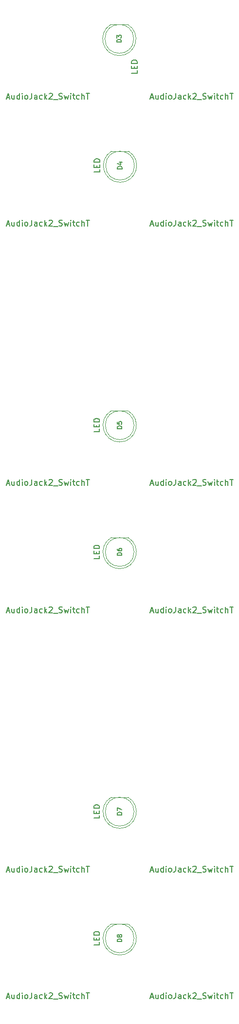
<source format=gbr>
%TF.GenerationSoftware,KiCad,Pcbnew,(5.1.9)-1*%
%TF.CreationDate,2021-09-13T19:49:27+01:00*%
%TF.ProjectId,KOSMO Mult,4b4f534d-4f20-44d7-956c-742e6b696361,rev?*%
%TF.SameCoordinates,Original*%
%TF.FileFunction,Other,Fab,Top*%
%FSLAX46Y46*%
G04 Gerber Fmt 4.6, Leading zero omitted, Abs format (unit mm)*
G04 Created by KiCad (PCBNEW (5.1.9)-1) date 2021-09-13 19:49:27*
%MOMM*%
%LPD*%
G01*
G04 APERTURE LIST*
%ADD10C,0.100000*%
%ADD11C,0.150000*%
%ADD12C,0.200000*%
G04 APERTURE END LIST*
D10*
%TO.C,D3*%
X39170334Y-23280984D02*
G75*
G03*
X42109694Y-23281000I1469666J-2500016D01*
G01*
X42109694Y-23281000D02*
X39170306Y-23281000D01*
X43140000Y-25781000D02*
G75*
G03*
X43140000Y-25781000I-2500000J0D01*
G01*
%TO.C,D4*%
X43267000Y-47752000D02*
G75*
G03*
X43267000Y-47752000I-2500000J0D01*
G01*
X42236694Y-45252000D02*
X39297306Y-45252000D01*
X39297334Y-45251984D02*
G75*
G03*
X42236694Y-45252000I1469666J-2500016D01*
G01*
%TO.C,D5*%
X43203500Y-92773500D02*
G75*
G03*
X43203500Y-92773500I-2500000J0D01*
G01*
X42173194Y-90273500D02*
X39233806Y-90273500D01*
X39233834Y-90273484D02*
G75*
G03*
X42173194Y-90273500I1469666J-2500016D01*
G01*
%TO.C,D6*%
X43203500Y-114744500D02*
G75*
G03*
X43203500Y-114744500I-2500000J0D01*
G01*
X42173194Y-112244500D02*
X39233806Y-112244500D01*
X39233834Y-112244484D02*
G75*
G03*
X42173194Y-112244500I1469666J-2500016D01*
G01*
%TO.C,D7*%
X39233834Y-157265984D02*
G75*
G03*
X42173194Y-157266000I1469666J-2500016D01*
G01*
X42173194Y-157266000D02*
X39233806Y-157266000D01*
X43203500Y-159766000D02*
G75*
G03*
X43203500Y-159766000I-2500000J0D01*
G01*
%TO.C,D8*%
X39233834Y-179236984D02*
G75*
G03*
X42173194Y-179237000I1469666J-2500016D01*
G01*
X42173194Y-179237000D02*
X39233806Y-179237000D01*
X43203500Y-181737000D02*
G75*
G03*
X43203500Y-181737000I-2500000J0D01*
G01*
%TD*%
%TO.C,D3*%
D11*
X43759380Y-31249857D02*
X43759380Y-31726047D01*
X42759380Y-31726047D01*
X43235571Y-30916523D02*
X43235571Y-30583190D01*
X43759380Y-30440333D02*
X43759380Y-30916523D01*
X42759380Y-30916523D01*
X42759380Y-30440333D01*
X43759380Y-30011761D02*
X42759380Y-30011761D01*
X42759380Y-29773666D01*
X42807000Y-29630809D01*
X42902238Y-29535571D01*
X42997476Y-29487952D01*
X43187952Y-29440333D01*
X43330809Y-29440333D01*
X43521285Y-29487952D01*
X43616523Y-29535571D01*
X43711761Y-29630809D01*
X43759380Y-29773666D01*
X43759380Y-30011761D01*
D12*
X41001904Y-26351476D02*
X40201904Y-26351476D01*
X40201904Y-26161000D01*
X40240000Y-26046714D01*
X40316190Y-25970523D01*
X40392380Y-25932428D01*
X40544761Y-25894333D01*
X40659047Y-25894333D01*
X40811428Y-25932428D01*
X40887619Y-25970523D01*
X40963809Y-26046714D01*
X41001904Y-26161000D01*
X41001904Y-26351476D01*
X40201904Y-25627666D02*
X40201904Y-25132428D01*
X40506666Y-25399095D01*
X40506666Y-25284809D01*
X40544761Y-25208619D01*
X40582857Y-25170523D01*
X40659047Y-25132428D01*
X40849523Y-25132428D01*
X40925714Y-25170523D01*
X40963809Y-25208619D01*
X41001904Y-25284809D01*
X41001904Y-25513380D01*
X40963809Y-25589571D01*
X40925714Y-25627666D01*
%TO.C,D4*%
D11*
X37259380Y-48394857D02*
X37259380Y-48871047D01*
X36259380Y-48871047D01*
X36735571Y-48061523D02*
X36735571Y-47728190D01*
X37259380Y-47585333D02*
X37259380Y-48061523D01*
X36259380Y-48061523D01*
X36259380Y-47585333D01*
X37259380Y-47156761D02*
X36259380Y-47156761D01*
X36259380Y-46918666D01*
X36307000Y-46775809D01*
X36402238Y-46680571D01*
X36497476Y-46632952D01*
X36687952Y-46585333D01*
X36830809Y-46585333D01*
X37021285Y-46632952D01*
X37116523Y-46680571D01*
X37211761Y-46775809D01*
X37259380Y-46918666D01*
X37259380Y-47156761D01*
D12*
X41128904Y-48322476D02*
X40328904Y-48322476D01*
X40328904Y-48132000D01*
X40367000Y-48017714D01*
X40443190Y-47941523D01*
X40519380Y-47903428D01*
X40671761Y-47865333D01*
X40786047Y-47865333D01*
X40938428Y-47903428D01*
X41014619Y-47941523D01*
X41090809Y-48017714D01*
X41128904Y-48132000D01*
X41128904Y-48322476D01*
X40595571Y-47179619D02*
X41128904Y-47179619D01*
X40290809Y-47370095D02*
X40862238Y-47560571D01*
X40862238Y-47065333D01*
%TO.C,D5*%
D11*
X37195880Y-93416357D02*
X37195880Y-93892547D01*
X36195880Y-93892547D01*
X36672071Y-93083023D02*
X36672071Y-92749690D01*
X37195880Y-92606833D02*
X37195880Y-93083023D01*
X36195880Y-93083023D01*
X36195880Y-92606833D01*
X37195880Y-92178261D02*
X36195880Y-92178261D01*
X36195880Y-91940166D01*
X36243500Y-91797309D01*
X36338738Y-91702071D01*
X36433976Y-91654452D01*
X36624452Y-91606833D01*
X36767309Y-91606833D01*
X36957785Y-91654452D01*
X37053023Y-91702071D01*
X37148261Y-91797309D01*
X37195880Y-91940166D01*
X37195880Y-92178261D01*
D12*
X41065404Y-93343976D02*
X40265404Y-93343976D01*
X40265404Y-93153500D01*
X40303500Y-93039214D01*
X40379690Y-92963023D01*
X40455880Y-92924928D01*
X40608261Y-92886833D01*
X40722547Y-92886833D01*
X40874928Y-92924928D01*
X40951119Y-92963023D01*
X41027309Y-93039214D01*
X41065404Y-93153500D01*
X41065404Y-93343976D01*
X40265404Y-92163023D02*
X40265404Y-92543976D01*
X40646357Y-92582071D01*
X40608261Y-92543976D01*
X40570166Y-92467785D01*
X40570166Y-92277309D01*
X40608261Y-92201119D01*
X40646357Y-92163023D01*
X40722547Y-92124928D01*
X40913023Y-92124928D01*
X40989214Y-92163023D01*
X41027309Y-92201119D01*
X41065404Y-92277309D01*
X41065404Y-92467785D01*
X41027309Y-92543976D01*
X40989214Y-92582071D01*
%TO.C,D6*%
D11*
X37195880Y-115387357D02*
X37195880Y-115863547D01*
X36195880Y-115863547D01*
X36672071Y-115054023D02*
X36672071Y-114720690D01*
X37195880Y-114577833D02*
X37195880Y-115054023D01*
X36195880Y-115054023D01*
X36195880Y-114577833D01*
X37195880Y-114149261D02*
X36195880Y-114149261D01*
X36195880Y-113911166D01*
X36243500Y-113768309D01*
X36338738Y-113673071D01*
X36433976Y-113625452D01*
X36624452Y-113577833D01*
X36767309Y-113577833D01*
X36957785Y-113625452D01*
X37053023Y-113673071D01*
X37148261Y-113768309D01*
X37195880Y-113911166D01*
X37195880Y-114149261D01*
D12*
X41065404Y-115314976D02*
X40265404Y-115314976D01*
X40265404Y-115124500D01*
X40303500Y-115010214D01*
X40379690Y-114934023D01*
X40455880Y-114895928D01*
X40608261Y-114857833D01*
X40722547Y-114857833D01*
X40874928Y-114895928D01*
X40951119Y-114934023D01*
X41027309Y-115010214D01*
X41065404Y-115124500D01*
X41065404Y-115314976D01*
X40265404Y-114172119D02*
X40265404Y-114324500D01*
X40303500Y-114400690D01*
X40341595Y-114438785D01*
X40455880Y-114514976D01*
X40608261Y-114553071D01*
X40913023Y-114553071D01*
X40989214Y-114514976D01*
X41027309Y-114476880D01*
X41065404Y-114400690D01*
X41065404Y-114248309D01*
X41027309Y-114172119D01*
X40989214Y-114134023D01*
X40913023Y-114095928D01*
X40722547Y-114095928D01*
X40646357Y-114134023D01*
X40608261Y-114172119D01*
X40570166Y-114248309D01*
X40570166Y-114400690D01*
X40608261Y-114476880D01*
X40646357Y-114514976D01*
X40722547Y-114553071D01*
%TO.C,D7*%
D11*
X37195880Y-160408857D02*
X37195880Y-160885047D01*
X36195880Y-160885047D01*
X36672071Y-160075523D02*
X36672071Y-159742190D01*
X37195880Y-159599333D02*
X37195880Y-160075523D01*
X36195880Y-160075523D01*
X36195880Y-159599333D01*
X37195880Y-159170761D02*
X36195880Y-159170761D01*
X36195880Y-158932666D01*
X36243500Y-158789809D01*
X36338738Y-158694571D01*
X36433976Y-158646952D01*
X36624452Y-158599333D01*
X36767309Y-158599333D01*
X36957785Y-158646952D01*
X37053023Y-158694571D01*
X37148261Y-158789809D01*
X37195880Y-158932666D01*
X37195880Y-159170761D01*
D12*
X41065404Y-160336476D02*
X40265404Y-160336476D01*
X40265404Y-160146000D01*
X40303500Y-160031714D01*
X40379690Y-159955523D01*
X40455880Y-159917428D01*
X40608261Y-159879333D01*
X40722547Y-159879333D01*
X40874928Y-159917428D01*
X40951119Y-159955523D01*
X41027309Y-160031714D01*
X41065404Y-160146000D01*
X41065404Y-160336476D01*
X40265404Y-159612666D02*
X40265404Y-159079333D01*
X41065404Y-159422190D01*
%TO.C,D8*%
D11*
X37195880Y-182379857D02*
X37195880Y-182856047D01*
X36195880Y-182856047D01*
X36672071Y-182046523D02*
X36672071Y-181713190D01*
X37195880Y-181570333D02*
X37195880Y-182046523D01*
X36195880Y-182046523D01*
X36195880Y-181570333D01*
X37195880Y-181141761D02*
X36195880Y-181141761D01*
X36195880Y-180903666D01*
X36243500Y-180760809D01*
X36338738Y-180665571D01*
X36433976Y-180617952D01*
X36624452Y-180570333D01*
X36767309Y-180570333D01*
X36957785Y-180617952D01*
X37053023Y-180665571D01*
X37148261Y-180760809D01*
X37195880Y-180903666D01*
X37195880Y-181141761D01*
D12*
X41065404Y-182307476D02*
X40265404Y-182307476D01*
X40265404Y-182117000D01*
X40303500Y-182002714D01*
X40379690Y-181926523D01*
X40455880Y-181888428D01*
X40608261Y-181850333D01*
X40722547Y-181850333D01*
X40874928Y-181888428D01*
X40951119Y-181926523D01*
X41027309Y-182002714D01*
X41065404Y-182117000D01*
X41065404Y-182307476D01*
X40608261Y-181393190D02*
X40570166Y-181469380D01*
X40532071Y-181507476D01*
X40455880Y-181545571D01*
X40417785Y-181545571D01*
X40341595Y-181507476D01*
X40303500Y-181469380D01*
X40265404Y-181393190D01*
X40265404Y-181240809D01*
X40303500Y-181164619D01*
X40341595Y-181126523D01*
X40417785Y-181088428D01*
X40455880Y-181088428D01*
X40532071Y-181126523D01*
X40570166Y-181164619D01*
X40608261Y-181240809D01*
X40608261Y-181393190D01*
X40646357Y-181469380D01*
X40684452Y-181507476D01*
X40760642Y-181545571D01*
X40913023Y-181545571D01*
X40989214Y-181507476D01*
X41027309Y-181469380D01*
X41065404Y-181393190D01*
X41065404Y-181240809D01*
X41027309Y-181164619D01*
X40989214Y-181126523D01*
X40913023Y-181088428D01*
X40760642Y-181088428D01*
X40684452Y-181126523D01*
X40646357Y-181164619D01*
X40608261Y-181240809D01*
%TO.C,J1*%
D11*
X21051142Y-35947666D02*
X21527333Y-35947666D01*
X20955904Y-36233380D02*
X21289238Y-35233380D01*
X21622571Y-36233380D01*
X22384476Y-35566714D02*
X22384476Y-36233380D01*
X21955904Y-35566714D02*
X21955904Y-36090523D01*
X22003523Y-36185761D01*
X22098761Y-36233380D01*
X22241619Y-36233380D01*
X22336857Y-36185761D01*
X22384476Y-36138142D01*
X23289238Y-36233380D02*
X23289238Y-35233380D01*
X23289238Y-36185761D02*
X23193999Y-36233380D01*
X23003523Y-36233380D01*
X22908285Y-36185761D01*
X22860666Y-36138142D01*
X22813047Y-36042904D01*
X22813047Y-35757190D01*
X22860666Y-35661952D01*
X22908285Y-35614333D01*
X23003523Y-35566714D01*
X23193999Y-35566714D01*
X23289238Y-35614333D01*
X23765428Y-36233380D02*
X23765428Y-35566714D01*
X23765428Y-35233380D02*
X23717809Y-35281000D01*
X23765428Y-35328619D01*
X23813047Y-35281000D01*
X23765428Y-35233380D01*
X23765428Y-35328619D01*
X24384476Y-36233380D02*
X24289238Y-36185761D01*
X24241619Y-36138142D01*
X24193999Y-36042904D01*
X24193999Y-35757190D01*
X24241619Y-35661952D01*
X24289238Y-35614333D01*
X24384476Y-35566714D01*
X24527333Y-35566714D01*
X24622571Y-35614333D01*
X24670190Y-35661952D01*
X24717809Y-35757190D01*
X24717809Y-36042904D01*
X24670190Y-36138142D01*
X24622571Y-36185761D01*
X24527333Y-36233380D01*
X24384476Y-36233380D01*
X25432095Y-35233380D02*
X25432095Y-35947666D01*
X25384476Y-36090523D01*
X25289238Y-36185761D01*
X25146380Y-36233380D01*
X25051142Y-36233380D01*
X26336857Y-36233380D02*
X26336857Y-35709571D01*
X26289238Y-35614333D01*
X26193999Y-35566714D01*
X26003523Y-35566714D01*
X25908285Y-35614333D01*
X26336857Y-36185761D02*
X26241619Y-36233380D01*
X26003523Y-36233380D01*
X25908285Y-36185761D01*
X25860666Y-36090523D01*
X25860666Y-35995285D01*
X25908285Y-35900047D01*
X26003523Y-35852428D01*
X26241619Y-35852428D01*
X26336857Y-35804809D01*
X27241619Y-36185761D02*
X27146380Y-36233380D01*
X26955904Y-36233380D01*
X26860666Y-36185761D01*
X26813047Y-36138142D01*
X26765428Y-36042904D01*
X26765428Y-35757190D01*
X26813047Y-35661952D01*
X26860666Y-35614333D01*
X26955904Y-35566714D01*
X27146380Y-35566714D01*
X27241619Y-35614333D01*
X27670190Y-36233380D02*
X27670190Y-35233380D01*
X27765428Y-35852428D02*
X28051142Y-36233380D01*
X28051142Y-35566714D02*
X27670190Y-35947666D01*
X28432095Y-35328619D02*
X28479714Y-35281000D01*
X28574952Y-35233380D01*
X28813047Y-35233380D01*
X28908285Y-35281000D01*
X28955904Y-35328619D01*
X29003523Y-35423857D01*
X29003523Y-35519095D01*
X28955904Y-35661952D01*
X28384476Y-36233380D01*
X29003523Y-36233380D01*
X29193999Y-36328619D02*
X29955904Y-36328619D01*
X30146380Y-36185761D02*
X30289238Y-36233380D01*
X30527333Y-36233380D01*
X30622571Y-36185761D01*
X30670190Y-36138142D01*
X30717809Y-36042904D01*
X30717809Y-35947666D01*
X30670190Y-35852428D01*
X30622571Y-35804809D01*
X30527333Y-35757190D01*
X30336857Y-35709571D01*
X30241619Y-35661952D01*
X30194000Y-35614333D01*
X30146380Y-35519095D01*
X30146380Y-35423857D01*
X30194000Y-35328619D01*
X30241619Y-35281000D01*
X30336857Y-35233380D01*
X30574952Y-35233380D01*
X30717809Y-35281000D01*
X31051142Y-35566714D02*
X31241619Y-36233380D01*
X31432095Y-35757190D01*
X31622571Y-36233380D01*
X31813047Y-35566714D01*
X32193999Y-36233380D02*
X32193999Y-35566714D01*
X32193999Y-35233380D02*
X32146380Y-35281000D01*
X32193999Y-35328619D01*
X32241619Y-35281000D01*
X32193999Y-35233380D01*
X32193999Y-35328619D01*
X32527333Y-35566714D02*
X32908285Y-35566714D01*
X32670190Y-35233380D02*
X32670190Y-36090523D01*
X32717809Y-36185761D01*
X32813047Y-36233380D01*
X32908285Y-36233380D01*
X33670190Y-36185761D02*
X33574952Y-36233380D01*
X33384476Y-36233380D01*
X33289238Y-36185761D01*
X33241619Y-36138142D01*
X33193999Y-36042904D01*
X33193999Y-35757190D01*
X33241619Y-35661952D01*
X33289238Y-35614333D01*
X33384476Y-35566714D01*
X33574952Y-35566714D01*
X33670190Y-35614333D01*
X34098761Y-36233380D02*
X34098761Y-35233380D01*
X34527333Y-36233380D02*
X34527333Y-35709571D01*
X34479714Y-35614333D01*
X34384476Y-35566714D01*
X34241619Y-35566714D01*
X34146380Y-35614333D01*
X34098761Y-35661952D01*
X34860666Y-35233380D02*
X35432095Y-35233380D01*
X35146380Y-36233380D02*
X35146380Y-35233380D01*
%TO.C,J2*%
X46070142Y-35947666D02*
X46546333Y-35947666D01*
X45974904Y-36233380D02*
X46308238Y-35233380D01*
X46641571Y-36233380D01*
X47403476Y-35566714D02*
X47403476Y-36233380D01*
X46974904Y-35566714D02*
X46974904Y-36090523D01*
X47022523Y-36185761D01*
X47117761Y-36233380D01*
X47260619Y-36233380D01*
X47355857Y-36185761D01*
X47403476Y-36138142D01*
X48308238Y-36233380D02*
X48308238Y-35233380D01*
X48308238Y-36185761D02*
X48213000Y-36233380D01*
X48022523Y-36233380D01*
X47927285Y-36185761D01*
X47879666Y-36138142D01*
X47832047Y-36042904D01*
X47832047Y-35757190D01*
X47879666Y-35661952D01*
X47927285Y-35614333D01*
X48022523Y-35566714D01*
X48213000Y-35566714D01*
X48308238Y-35614333D01*
X48784428Y-36233380D02*
X48784428Y-35566714D01*
X48784428Y-35233380D02*
X48736809Y-35281000D01*
X48784428Y-35328619D01*
X48832047Y-35281000D01*
X48784428Y-35233380D01*
X48784428Y-35328619D01*
X49403476Y-36233380D02*
X49308238Y-36185761D01*
X49260619Y-36138142D01*
X49213000Y-36042904D01*
X49213000Y-35757190D01*
X49260619Y-35661952D01*
X49308238Y-35614333D01*
X49403476Y-35566714D01*
X49546333Y-35566714D01*
X49641571Y-35614333D01*
X49689190Y-35661952D01*
X49736809Y-35757190D01*
X49736809Y-36042904D01*
X49689190Y-36138142D01*
X49641571Y-36185761D01*
X49546333Y-36233380D01*
X49403476Y-36233380D01*
X50451095Y-35233380D02*
X50451095Y-35947666D01*
X50403476Y-36090523D01*
X50308238Y-36185761D01*
X50165380Y-36233380D01*
X50070142Y-36233380D01*
X51355857Y-36233380D02*
X51355857Y-35709571D01*
X51308238Y-35614333D01*
X51213000Y-35566714D01*
X51022523Y-35566714D01*
X50927285Y-35614333D01*
X51355857Y-36185761D02*
X51260619Y-36233380D01*
X51022523Y-36233380D01*
X50927285Y-36185761D01*
X50879666Y-36090523D01*
X50879666Y-35995285D01*
X50927285Y-35900047D01*
X51022523Y-35852428D01*
X51260619Y-35852428D01*
X51355857Y-35804809D01*
X52260619Y-36185761D02*
X52165380Y-36233380D01*
X51974904Y-36233380D01*
X51879666Y-36185761D01*
X51832047Y-36138142D01*
X51784428Y-36042904D01*
X51784428Y-35757190D01*
X51832047Y-35661952D01*
X51879666Y-35614333D01*
X51974904Y-35566714D01*
X52165380Y-35566714D01*
X52260619Y-35614333D01*
X52689190Y-36233380D02*
X52689190Y-35233380D01*
X52784428Y-35852428D02*
X53070142Y-36233380D01*
X53070142Y-35566714D02*
X52689190Y-35947666D01*
X53451095Y-35328619D02*
X53498714Y-35281000D01*
X53593952Y-35233380D01*
X53832047Y-35233380D01*
X53927285Y-35281000D01*
X53974904Y-35328619D01*
X54022523Y-35423857D01*
X54022523Y-35519095D01*
X53974904Y-35661952D01*
X53403476Y-36233380D01*
X54022523Y-36233380D01*
X54213000Y-36328619D02*
X54974904Y-36328619D01*
X55165380Y-36185761D02*
X55308238Y-36233380D01*
X55546333Y-36233380D01*
X55641571Y-36185761D01*
X55689190Y-36138142D01*
X55736809Y-36042904D01*
X55736809Y-35947666D01*
X55689190Y-35852428D01*
X55641571Y-35804809D01*
X55546333Y-35757190D01*
X55355857Y-35709571D01*
X55260619Y-35661952D01*
X55213000Y-35614333D01*
X55165380Y-35519095D01*
X55165380Y-35423857D01*
X55213000Y-35328619D01*
X55260619Y-35281000D01*
X55355857Y-35233380D01*
X55593952Y-35233380D01*
X55736809Y-35281000D01*
X56070142Y-35566714D02*
X56260619Y-36233380D01*
X56451095Y-35757190D01*
X56641571Y-36233380D01*
X56832047Y-35566714D01*
X57213000Y-36233380D02*
X57213000Y-35566714D01*
X57213000Y-35233380D02*
X57165380Y-35281000D01*
X57213000Y-35328619D01*
X57260619Y-35281000D01*
X57213000Y-35233380D01*
X57213000Y-35328619D01*
X57546333Y-35566714D02*
X57927285Y-35566714D01*
X57689190Y-35233380D02*
X57689190Y-36090523D01*
X57736809Y-36185761D01*
X57832047Y-36233380D01*
X57927285Y-36233380D01*
X58689190Y-36185761D02*
X58593952Y-36233380D01*
X58403476Y-36233380D01*
X58308238Y-36185761D01*
X58260619Y-36138142D01*
X58212999Y-36042904D01*
X58212999Y-35757190D01*
X58260619Y-35661952D01*
X58308238Y-35614333D01*
X58403476Y-35566714D01*
X58593952Y-35566714D01*
X58689190Y-35614333D01*
X59117761Y-36233380D02*
X59117761Y-35233380D01*
X59546333Y-36233380D02*
X59546333Y-35709571D01*
X59498714Y-35614333D01*
X59403476Y-35566714D01*
X59260619Y-35566714D01*
X59165380Y-35614333D01*
X59117761Y-35661952D01*
X59879666Y-35233380D02*
X60451095Y-35233380D01*
X60165380Y-36233380D02*
X60165380Y-35233380D01*
%TO.C,J3*%
X21051142Y-57918666D02*
X21527333Y-57918666D01*
X20955904Y-58204380D02*
X21289238Y-57204380D01*
X21622571Y-58204380D01*
X22384476Y-57537714D02*
X22384476Y-58204380D01*
X21955904Y-57537714D02*
X21955904Y-58061523D01*
X22003523Y-58156761D01*
X22098761Y-58204380D01*
X22241619Y-58204380D01*
X22336857Y-58156761D01*
X22384476Y-58109142D01*
X23289238Y-58204380D02*
X23289238Y-57204380D01*
X23289238Y-58156761D02*
X23193999Y-58204380D01*
X23003523Y-58204380D01*
X22908285Y-58156761D01*
X22860666Y-58109142D01*
X22813047Y-58013904D01*
X22813047Y-57728190D01*
X22860666Y-57632952D01*
X22908285Y-57585333D01*
X23003523Y-57537714D01*
X23193999Y-57537714D01*
X23289238Y-57585333D01*
X23765428Y-58204380D02*
X23765428Y-57537714D01*
X23765428Y-57204380D02*
X23717809Y-57252000D01*
X23765428Y-57299619D01*
X23813047Y-57252000D01*
X23765428Y-57204380D01*
X23765428Y-57299619D01*
X24384476Y-58204380D02*
X24289238Y-58156761D01*
X24241619Y-58109142D01*
X24193999Y-58013904D01*
X24193999Y-57728190D01*
X24241619Y-57632952D01*
X24289238Y-57585333D01*
X24384476Y-57537714D01*
X24527333Y-57537714D01*
X24622571Y-57585333D01*
X24670190Y-57632952D01*
X24717809Y-57728190D01*
X24717809Y-58013904D01*
X24670190Y-58109142D01*
X24622571Y-58156761D01*
X24527333Y-58204380D01*
X24384476Y-58204380D01*
X25432095Y-57204380D02*
X25432095Y-57918666D01*
X25384476Y-58061523D01*
X25289238Y-58156761D01*
X25146380Y-58204380D01*
X25051142Y-58204380D01*
X26336857Y-58204380D02*
X26336857Y-57680571D01*
X26289238Y-57585333D01*
X26193999Y-57537714D01*
X26003523Y-57537714D01*
X25908285Y-57585333D01*
X26336857Y-58156761D02*
X26241619Y-58204380D01*
X26003523Y-58204380D01*
X25908285Y-58156761D01*
X25860666Y-58061523D01*
X25860666Y-57966285D01*
X25908285Y-57871047D01*
X26003523Y-57823428D01*
X26241619Y-57823428D01*
X26336857Y-57775809D01*
X27241619Y-58156761D02*
X27146380Y-58204380D01*
X26955904Y-58204380D01*
X26860666Y-58156761D01*
X26813047Y-58109142D01*
X26765428Y-58013904D01*
X26765428Y-57728190D01*
X26813047Y-57632952D01*
X26860666Y-57585333D01*
X26955904Y-57537714D01*
X27146380Y-57537714D01*
X27241619Y-57585333D01*
X27670190Y-58204380D02*
X27670190Y-57204380D01*
X27765428Y-57823428D02*
X28051142Y-58204380D01*
X28051142Y-57537714D02*
X27670190Y-57918666D01*
X28432095Y-57299619D02*
X28479714Y-57252000D01*
X28574952Y-57204380D01*
X28813047Y-57204380D01*
X28908285Y-57252000D01*
X28955904Y-57299619D01*
X29003523Y-57394857D01*
X29003523Y-57490095D01*
X28955904Y-57632952D01*
X28384476Y-58204380D01*
X29003523Y-58204380D01*
X29193999Y-58299619D02*
X29955904Y-58299619D01*
X30146380Y-58156761D02*
X30289238Y-58204380D01*
X30527333Y-58204380D01*
X30622571Y-58156761D01*
X30670190Y-58109142D01*
X30717809Y-58013904D01*
X30717809Y-57918666D01*
X30670190Y-57823428D01*
X30622571Y-57775809D01*
X30527333Y-57728190D01*
X30336857Y-57680571D01*
X30241619Y-57632952D01*
X30194000Y-57585333D01*
X30146380Y-57490095D01*
X30146380Y-57394857D01*
X30194000Y-57299619D01*
X30241619Y-57252000D01*
X30336857Y-57204380D01*
X30574952Y-57204380D01*
X30717809Y-57252000D01*
X31051142Y-57537714D02*
X31241619Y-58204380D01*
X31432095Y-57728190D01*
X31622571Y-58204380D01*
X31813047Y-57537714D01*
X32193999Y-58204380D02*
X32193999Y-57537714D01*
X32193999Y-57204380D02*
X32146380Y-57252000D01*
X32193999Y-57299619D01*
X32241619Y-57252000D01*
X32193999Y-57204380D01*
X32193999Y-57299619D01*
X32527333Y-57537714D02*
X32908285Y-57537714D01*
X32670190Y-57204380D02*
X32670190Y-58061523D01*
X32717809Y-58156761D01*
X32813047Y-58204380D01*
X32908285Y-58204380D01*
X33670190Y-58156761D02*
X33574952Y-58204380D01*
X33384476Y-58204380D01*
X33289238Y-58156761D01*
X33241619Y-58109142D01*
X33193999Y-58013904D01*
X33193999Y-57728190D01*
X33241619Y-57632952D01*
X33289238Y-57585333D01*
X33384476Y-57537714D01*
X33574952Y-57537714D01*
X33670190Y-57585333D01*
X34098761Y-58204380D02*
X34098761Y-57204380D01*
X34527333Y-58204380D02*
X34527333Y-57680571D01*
X34479714Y-57585333D01*
X34384476Y-57537714D01*
X34241619Y-57537714D01*
X34146380Y-57585333D01*
X34098761Y-57632952D01*
X34860666Y-57204380D02*
X35432095Y-57204380D01*
X35146380Y-58204380D02*
X35146380Y-57204380D01*
%TO.C,J5*%
X46070142Y-57918666D02*
X46546333Y-57918666D01*
X45974904Y-58204380D02*
X46308238Y-57204380D01*
X46641571Y-58204380D01*
X47403476Y-57537714D02*
X47403476Y-58204380D01*
X46974904Y-57537714D02*
X46974904Y-58061523D01*
X47022523Y-58156761D01*
X47117761Y-58204380D01*
X47260619Y-58204380D01*
X47355857Y-58156761D01*
X47403476Y-58109142D01*
X48308238Y-58204380D02*
X48308238Y-57204380D01*
X48308238Y-58156761D02*
X48213000Y-58204380D01*
X48022523Y-58204380D01*
X47927285Y-58156761D01*
X47879666Y-58109142D01*
X47832047Y-58013904D01*
X47832047Y-57728190D01*
X47879666Y-57632952D01*
X47927285Y-57585333D01*
X48022523Y-57537714D01*
X48213000Y-57537714D01*
X48308238Y-57585333D01*
X48784428Y-58204380D02*
X48784428Y-57537714D01*
X48784428Y-57204380D02*
X48736809Y-57252000D01*
X48784428Y-57299619D01*
X48832047Y-57252000D01*
X48784428Y-57204380D01*
X48784428Y-57299619D01*
X49403476Y-58204380D02*
X49308238Y-58156761D01*
X49260619Y-58109142D01*
X49213000Y-58013904D01*
X49213000Y-57728190D01*
X49260619Y-57632952D01*
X49308238Y-57585333D01*
X49403476Y-57537714D01*
X49546333Y-57537714D01*
X49641571Y-57585333D01*
X49689190Y-57632952D01*
X49736809Y-57728190D01*
X49736809Y-58013904D01*
X49689190Y-58109142D01*
X49641571Y-58156761D01*
X49546333Y-58204380D01*
X49403476Y-58204380D01*
X50451095Y-57204380D02*
X50451095Y-57918666D01*
X50403476Y-58061523D01*
X50308238Y-58156761D01*
X50165380Y-58204380D01*
X50070142Y-58204380D01*
X51355857Y-58204380D02*
X51355857Y-57680571D01*
X51308238Y-57585333D01*
X51213000Y-57537714D01*
X51022523Y-57537714D01*
X50927285Y-57585333D01*
X51355857Y-58156761D02*
X51260619Y-58204380D01*
X51022523Y-58204380D01*
X50927285Y-58156761D01*
X50879666Y-58061523D01*
X50879666Y-57966285D01*
X50927285Y-57871047D01*
X51022523Y-57823428D01*
X51260619Y-57823428D01*
X51355857Y-57775809D01*
X52260619Y-58156761D02*
X52165380Y-58204380D01*
X51974904Y-58204380D01*
X51879666Y-58156761D01*
X51832047Y-58109142D01*
X51784428Y-58013904D01*
X51784428Y-57728190D01*
X51832047Y-57632952D01*
X51879666Y-57585333D01*
X51974904Y-57537714D01*
X52165380Y-57537714D01*
X52260619Y-57585333D01*
X52689190Y-58204380D02*
X52689190Y-57204380D01*
X52784428Y-57823428D02*
X53070142Y-58204380D01*
X53070142Y-57537714D02*
X52689190Y-57918666D01*
X53451095Y-57299619D02*
X53498714Y-57252000D01*
X53593952Y-57204380D01*
X53832047Y-57204380D01*
X53927285Y-57252000D01*
X53974904Y-57299619D01*
X54022523Y-57394857D01*
X54022523Y-57490095D01*
X53974904Y-57632952D01*
X53403476Y-58204380D01*
X54022523Y-58204380D01*
X54213000Y-58299619D02*
X54974904Y-58299619D01*
X55165380Y-58156761D02*
X55308238Y-58204380D01*
X55546333Y-58204380D01*
X55641571Y-58156761D01*
X55689190Y-58109142D01*
X55736809Y-58013904D01*
X55736809Y-57918666D01*
X55689190Y-57823428D01*
X55641571Y-57775809D01*
X55546333Y-57728190D01*
X55355857Y-57680571D01*
X55260619Y-57632952D01*
X55213000Y-57585333D01*
X55165380Y-57490095D01*
X55165380Y-57394857D01*
X55213000Y-57299619D01*
X55260619Y-57252000D01*
X55355857Y-57204380D01*
X55593952Y-57204380D01*
X55736809Y-57252000D01*
X56070142Y-57537714D02*
X56260619Y-58204380D01*
X56451095Y-57728190D01*
X56641571Y-58204380D01*
X56832047Y-57537714D01*
X57213000Y-58204380D02*
X57213000Y-57537714D01*
X57213000Y-57204380D02*
X57165380Y-57252000D01*
X57213000Y-57299619D01*
X57260619Y-57252000D01*
X57213000Y-57204380D01*
X57213000Y-57299619D01*
X57546333Y-57537714D02*
X57927285Y-57537714D01*
X57689190Y-57204380D02*
X57689190Y-58061523D01*
X57736809Y-58156761D01*
X57832047Y-58204380D01*
X57927285Y-58204380D01*
X58689190Y-58156761D02*
X58593952Y-58204380D01*
X58403476Y-58204380D01*
X58308238Y-58156761D01*
X58260619Y-58109142D01*
X58212999Y-58013904D01*
X58212999Y-57728190D01*
X58260619Y-57632952D01*
X58308238Y-57585333D01*
X58403476Y-57537714D01*
X58593952Y-57537714D01*
X58689190Y-57585333D01*
X59117761Y-58204380D02*
X59117761Y-57204380D01*
X59546333Y-58204380D02*
X59546333Y-57680571D01*
X59498714Y-57585333D01*
X59403476Y-57537714D01*
X59260619Y-57537714D01*
X59165380Y-57585333D01*
X59117761Y-57632952D01*
X59879666Y-57204380D02*
X60451095Y-57204380D01*
X60165380Y-58204380D02*
X60165380Y-57204380D01*
%TO.C,J6*%
X21051142Y-102876666D02*
X21527333Y-102876666D01*
X20955904Y-103162380D02*
X21289238Y-102162380D01*
X21622571Y-103162380D01*
X22384476Y-102495714D02*
X22384476Y-103162380D01*
X21955904Y-102495714D02*
X21955904Y-103019523D01*
X22003523Y-103114761D01*
X22098761Y-103162380D01*
X22241619Y-103162380D01*
X22336857Y-103114761D01*
X22384476Y-103067142D01*
X23289238Y-103162380D02*
X23289238Y-102162380D01*
X23289238Y-103114761D02*
X23193999Y-103162380D01*
X23003523Y-103162380D01*
X22908285Y-103114761D01*
X22860666Y-103067142D01*
X22813047Y-102971904D01*
X22813047Y-102686190D01*
X22860666Y-102590952D01*
X22908285Y-102543333D01*
X23003523Y-102495714D01*
X23193999Y-102495714D01*
X23289238Y-102543333D01*
X23765428Y-103162380D02*
X23765428Y-102495714D01*
X23765428Y-102162380D02*
X23717809Y-102210000D01*
X23765428Y-102257619D01*
X23813047Y-102210000D01*
X23765428Y-102162380D01*
X23765428Y-102257619D01*
X24384476Y-103162380D02*
X24289238Y-103114761D01*
X24241619Y-103067142D01*
X24193999Y-102971904D01*
X24193999Y-102686190D01*
X24241619Y-102590952D01*
X24289238Y-102543333D01*
X24384476Y-102495714D01*
X24527333Y-102495714D01*
X24622571Y-102543333D01*
X24670190Y-102590952D01*
X24717809Y-102686190D01*
X24717809Y-102971904D01*
X24670190Y-103067142D01*
X24622571Y-103114761D01*
X24527333Y-103162380D01*
X24384476Y-103162380D01*
X25432095Y-102162380D02*
X25432095Y-102876666D01*
X25384476Y-103019523D01*
X25289238Y-103114761D01*
X25146380Y-103162380D01*
X25051142Y-103162380D01*
X26336857Y-103162380D02*
X26336857Y-102638571D01*
X26289238Y-102543333D01*
X26193999Y-102495714D01*
X26003523Y-102495714D01*
X25908285Y-102543333D01*
X26336857Y-103114761D02*
X26241619Y-103162380D01*
X26003523Y-103162380D01*
X25908285Y-103114761D01*
X25860666Y-103019523D01*
X25860666Y-102924285D01*
X25908285Y-102829047D01*
X26003523Y-102781428D01*
X26241619Y-102781428D01*
X26336857Y-102733809D01*
X27241619Y-103114761D02*
X27146380Y-103162380D01*
X26955904Y-103162380D01*
X26860666Y-103114761D01*
X26813047Y-103067142D01*
X26765428Y-102971904D01*
X26765428Y-102686190D01*
X26813047Y-102590952D01*
X26860666Y-102543333D01*
X26955904Y-102495714D01*
X27146380Y-102495714D01*
X27241619Y-102543333D01*
X27670190Y-103162380D02*
X27670190Y-102162380D01*
X27765428Y-102781428D02*
X28051142Y-103162380D01*
X28051142Y-102495714D02*
X27670190Y-102876666D01*
X28432095Y-102257619D02*
X28479714Y-102210000D01*
X28574952Y-102162380D01*
X28813047Y-102162380D01*
X28908285Y-102210000D01*
X28955904Y-102257619D01*
X29003523Y-102352857D01*
X29003523Y-102448095D01*
X28955904Y-102590952D01*
X28384476Y-103162380D01*
X29003523Y-103162380D01*
X29193999Y-103257619D02*
X29955904Y-103257619D01*
X30146380Y-103114761D02*
X30289238Y-103162380D01*
X30527333Y-103162380D01*
X30622571Y-103114761D01*
X30670190Y-103067142D01*
X30717809Y-102971904D01*
X30717809Y-102876666D01*
X30670190Y-102781428D01*
X30622571Y-102733809D01*
X30527333Y-102686190D01*
X30336857Y-102638571D01*
X30241619Y-102590952D01*
X30194000Y-102543333D01*
X30146380Y-102448095D01*
X30146380Y-102352857D01*
X30194000Y-102257619D01*
X30241619Y-102210000D01*
X30336857Y-102162380D01*
X30574952Y-102162380D01*
X30717809Y-102210000D01*
X31051142Y-102495714D02*
X31241619Y-103162380D01*
X31432095Y-102686190D01*
X31622571Y-103162380D01*
X31813047Y-102495714D01*
X32193999Y-103162380D02*
X32193999Y-102495714D01*
X32193999Y-102162380D02*
X32146380Y-102210000D01*
X32193999Y-102257619D01*
X32241619Y-102210000D01*
X32193999Y-102162380D01*
X32193999Y-102257619D01*
X32527333Y-102495714D02*
X32908285Y-102495714D01*
X32670190Y-102162380D02*
X32670190Y-103019523D01*
X32717809Y-103114761D01*
X32813047Y-103162380D01*
X32908285Y-103162380D01*
X33670190Y-103114761D02*
X33574952Y-103162380D01*
X33384476Y-103162380D01*
X33289238Y-103114761D01*
X33241619Y-103067142D01*
X33193999Y-102971904D01*
X33193999Y-102686190D01*
X33241619Y-102590952D01*
X33289238Y-102543333D01*
X33384476Y-102495714D01*
X33574952Y-102495714D01*
X33670190Y-102543333D01*
X34098761Y-103162380D02*
X34098761Y-102162380D01*
X34527333Y-103162380D02*
X34527333Y-102638571D01*
X34479714Y-102543333D01*
X34384476Y-102495714D01*
X34241619Y-102495714D01*
X34146380Y-102543333D01*
X34098761Y-102590952D01*
X34860666Y-102162380D02*
X35432095Y-102162380D01*
X35146380Y-103162380D02*
X35146380Y-102162380D01*
%TO.C,J7*%
X46070142Y-102876666D02*
X46546333Y-102876666D01*
X45974904Y-103162380D02*
X46308238Y-102162380D01*
X46641571Y-103162380D01*
X47403476Y-102495714D02*
X47403476Y-103162380D01*
X46974904Y-102495714D02*
X46974904Y-103019523D01*
X47022523Y-103114761D01*
X47117761Y-103162380D01*
X47260619Y-103162380D01*
X47355857Y-103114761D01*
X47403476Y-103067142D01*
X48308238Y-103162380D02*
X48308238Y-102162380D01*
X48308238Y-103114761D02*
X48213000Y-103162380D01*
X48022523Y-103162380D01*
X47927285Y-103114761D01*
X47879666Y-103067142D01*
X47832047Y-102971904D01*
X47832047Y-102686190D01*
X47879666Y-102590952D01*
X47927285Y-102543333D01*
X48022523Y-102495714D01*
X48213000Y-102495714D01*
X48308238Y-102543333D01*
X48784428Y-103162380D02*
X48784428Y-102495714D01*
X48784428Y-102162380D02*
X48736809Y-102210000D01*
X48784428Y-102257619D01*
X48832047Y-102210000D01*
X48784428Y-102162380D01*
X48784428Y-102257619D01*
X49403476Y-103162380D02*
X49308238Y-103114761D01*
X49260619Y-103067142D01*
X49213000Y-102971904D01*
X49213000Y-102686190D01*
X49260619Y-102590952D01*
X49308238Y-102543333D01*
X49403476Y-102495714D01*
X49546333Y-102495714D01*
X49641571Y-102543333D01*
X49689190Y-102590952D01*
X49736809Y-102686190D01*
X49736809Y-102971904D01*
X49689190Y-103067142D01*
X49641571Y-103114761D01*
X49546333Y-103162380D01*
X49403476Y-103162380D01*
X50451095Y-102162380D02*
X50451095Y-102876666D01*
X50403476Y-103019523D01*
X50308238Y-103114761D01*
X50165380Y-103162380D01*
X50070142Y-103162380D01*
X51355857Y-103162380D02*
X51355857Y-102638571D01*
X51308238Y-102543333D01*
X51213000Y-102495714D01*
X51022523Y-102495714D01*
X50927285Y-102543333D01*
X51355857Y-103114761D02*
X51260619Y-103162380D01*
X51022523Y-103162380D01*
X50927285Y-103114761D01*
X50879666Y-103019523D01*
X50879666Y-102924285D01*
X50927285Y-102829047D01*
X51022523Y-102781428D01*
X51260619Y-102781428D01*
X51355857Y-102733809D01*
X52260619Y-103114761D02*
X52165380Y-103162380D01*
X51974904Y-103162380D01*
X51879666Y-103114761D01*
X51832047Y-103067142D01*
X51784428Y-102971904D01*
X51784428Y-102686190D01*
X51832047Y-102590952D01*
X51879666Y-102543333D01*
X51974904Y-102495714D01*
X52165380Y-102495714D01*
X52260619Y-102543333D01*
X52689190Y-103162380D02*
X52689190Y-102162380D01*
X52784428Y-102781428D02*
X53070142Y-103162380D01*
X53070142Y-102495714D02*
X52689190Y-102876666D01*
X53451095Y-102257619D02*
X53498714Y-102210000D01*
X53593952Y-102162380D01*
X53832047Y-102162380D01*
X53927285Y-102210000D01*
X53974904Y-102257619D01*
X54022523Y-102352857D01*
X54022523Y-102448095D01*
X53974904Y-102590952D01*
X53403476Y-103162380D01*
X54022523Y-103162380D01*
X54213000Y-103257619D02*
X54974904Y-103257619D01*
X55165380Y-103114761D02*
X55308238Y-103162380D01*
X55546333Y-103162380D01*
X55641571Y-103114761D01*
X55689190Y-103067142D01*
X55736809Y-102971904D01*
X55736809Y-102876666D01*
X55689190Y-102781428D01*
X55641571Y-102733809D01*
X55546333Y-102686190D01*
X55355857Y-102638571D01*
X55260619Y-102590952D01*
X55213000Y-102543333D01*
X55165380Y-102448095D01*
X55165380Y-102352857D01*
X55213000Y-102257619D01*
X55260619Y-102210000D01*
X55355857Y-102162380D01*
X55593952Y-102162380D01*
X55736809Y-102210000D01*
X56070142Y-102495714D02*
X56260619Y-103162380D01*
X56451095Y-102686190D01*
X56641571Y-103162380D01*
X56832047Y-102495714D01*
X57213000Y-103162380D02*
X57213000Y-102495714D01*
X57213000Y-102162380D02*
X57165380Y-102210000D01*
X57213000Y-102257619D01*
X57260619Y-102210000D01*
X57213000Y-102162380D01*
X57213000Y-102257619D01*
X57546333Y-102495714D02*
X57927285Y-102495714D01*
X57689190Y-102162380D02*
X57689190Y-103019523D01*
X57736809Y-103114761D01*
X57832047Y-103162380D01*
X57927285Y-103162380D01*
X58689190Y-103114761D02*
X58593952Y-103162380D01*
X58403476Y-103162380D01*
X58308238Y-103114761D01*
X58260619Y-103067142D01*
X58212999Y-102971904D01*
X58212999Y-102686190D01*
X58260619Y-102590952D01*
X58308238Y-102543333D01*
X58403476Y-102495714D01*
X58593952Y-102495714D01*
X58689190Y-102543333D01*
X59117761Y-103162380D02*
X59117761Y-102162380D01*
X59546333Y-103162380D02*
X59546333Y-102638571D01*
X59498714Y-102543333D01*
X59403476Y-102495714D01*
X59260619Y-102495714D01*
X59165380Y-102543333D01*
X59117761Y-102590952D01*
X59879666Y-102162380D02*
X60451095Y-102162380D01*
X60165380Y-103162380D02*
X60165380Y-102162380D01*
%TO.C,J8*%
X21051142Y-124974666D02*
X21527333Y-124974666D01*
X20955904Y-125260380D02*
X21289238Y-124260380D01*
X21622571Y-125260380D01*
X22384476Y-124593714D02*
X22384476Y-125260380D01*
X21955904Y-124593714D02*
X21955904Y-125117523D01*
X22003523Y-125212761D01*
X22098761Y-125260380D01*
X22241619Y-125260380D01*
X22336857Y-125212761D01*
X22384476Y-125165142D01*
X23289238Y-125260380D02*
X23289238Y-124260380D01*
X23289238Y-125212761D02*
X23193999Y-125260380D01*
X23003523Y-125260380D01*
X22908285Y-125212761D01*
X22860666Y-125165142D01*
X22813047Y-125069904D01*
X22813047Y-124784190D01*
X22860666Y-124688952D01*
X22908285Y-124641333D01*
X23003523Y-124593714D01*
X23193999Y-124593714D01*
X23289238Y-124641333D01*
X23765428Y-125260380D02*
X23765428Y-124593714D01*
X23765428Y-124260380D02*
X23717809Y-124308000D01*
X23765428Y-124355619D01*
X23813047Y-124308000D01*
X23765428Y-124260380D01*
X23765428Y-124355619D01*
X24384476Y-125260380D02*
X24289238Y-125212761D01*
X24241619Y-125165142D01*
X24193999Y-125069904D01*
X24193999Y-124784190D01*
X24241619Y-124688952D01*
X24289238Y-124641333D01*
X24384476Y-124593714D01*
X24527333Y-124593714D01*
X24622571Y-124641333D01*
X24670190Y-124688952D01*
X24717809Y-124784190D01*
X24717809Y-125069904D01*
X24670190Y-125165142D01*
X24622571Y-125212761D01*
X24527333Y-125260380D01*
X24384476Y-125260380D01*
X25432095Y-124260380D02*
X25432095Y-124974666D01*
X25384476Y-125117523D01*
X25289238Y-125212761D01*
X25146380Y-125260380D01*
X25051142Y-125260380D01*
X26336857Y-125260380D02*
X26336857Y-124736571D01*
X26289238Y-124641333D01*
X26193999Y-124593714D01*
X26003523Y-124593714D01*
X25908285Y-124641333D01*
X26336857Y-125212761D02*
X26241619Y-125260380D01*
X26003523Y-125260380D01*
X25908285Y-125212761D01*
X25860666Y-125117523D01*
X25860666Y-125022285D01*
X25908285Y-124927047D01*
X26003523Y-124879428D01*
X26241619Y-124879428D01*
X26336857Y-124831809D01*
X27241619Y-125212761D02*
X27146380Y-125260380D01*
X26955904Y-125260380D01*
X26860666Y-125212761D01*
X26813047Y-125165142D01*
X26765428Y-125069904D01*
X26765428Y-124784190D01*
X26813047Y-124688952D01*
X26860666Y-124641333D01*
X26955904Y-124593714D01*
X27146380Y-124593714D01*
X27241619Y-124641333D01*
X27670190Y-125260380D02*
X27670190Y-124260380D01*
X27765428Y-124879428D02*
X28051142Y-125260380D01*
X28051142Y-124593714D02*
X27670190Y-124974666D01*
X28432095Y-124355619D02*
X28479714Y-124308000D01*
X28574952Y-124260380D01*
X28813047Y-124260380D01*
X28908285Y-124308000D01*
X28955904Y-124355619D01*
X29003523Y-124450857D01*
X29003523Y-124546095D01*
X28955904Y-124688952D01*
X28384476Y-125260380D01*
X29003523Y-125260380D01*
X29193999Y-125355619D02*
X29955904Y-125355619D01*
X30146380Y-125212761D02*
X30289238Y-125260380D01*
X30527333Y-125260380D01*
X30622571Y-125212761D01*
X30670190Y-125165142D01*
X30717809Y-125069904D01*
X30717809Y-124974666D01*
X30670190Y-124879428D01*
X30622571Y-124831809D01*
X30527333Y-124784190D01*
X30336857Y-124736571D01*
X30241619Y-124688952D01*
X30194000Y-124641333D01*
X30146380Y-124546095D01*
X30146380Y-124450857D01*
X30194000Y-124355619D01*
X30241619Y-124308000D01*
X30336857Y-124260380D01*
X30574952Y-124260380D01*
X30717809Y-124308000D01*
X31051142Y-124593714D02*
X31241619Y-125260380D01*
X31432095Y-124784190D01*
X31622571Y-125260380D01*
X31813047Y-124593714D01*
X32193999Y-125260380D02*
X32193999Y-124593714D01*
X32193999Y-124260380D02*
X32146380Y-124308000D01*
X32193999Y-124355619D01*
X32241619Y-124308000D01*
X32193999Y-124260380D01*
X32193999Y-124355619D01*
X32527333Y-124593714D02*
X32908285Y-124593714D01*
X32670190Y-124260380D02*
X32670190Y-125117523D01*
X32717809Y-125212761D01*
X32813047Y-125260380D01*
X32908285Y-125260380D01*
X33670190Y-125212761D02*
X33574952Y-125260380D01*
X33384476Y-125260380D01*
X33289238Y-125212761D01*
X33241619Y-125165142D01*
X33193999Y-125069904D01*
X33193999Y-124784190D01*
X33241619Y-124688952D01*
X33289238Y-124641333D01*
X33384476Y-124593714D01*
X33574952Y-124593714D01*
X33670190Y-124641333D01*
X34098761Y-125260380D02*
X34098761Y-124260380D01*
X34527333Y-125260380D02*
X34527333Y-124736571D01*
X34479714Y-124641333D01*
X34384476Y-124593714D01*
X34241619Y-124593714D01*
X34146380Y-124641333D01*
X34098761Y-124688952D01*
X34860666Y-124260380D02*
X35432095Y-124260380D01*
X35146380Y-125260380D02*
X35146380Y-124260380D01*
%TO.C,J9*%
X46070142Y-124974666D02*
X46546333Y-124974666D01*
X45974904Y-125260380D02*
X46308238Y-124260380D01*
X46641571Y-125260380D01*
X47403476Y-124593714D02*
X47403476Y-125260380D01*
X46974904Y-124593714D02*
X46974904Y-125117523D01*
X47022523Y-125212761D01*
X47117761Y-125260380D01*
X47260619Y-125260380D01*
X47355857Y-125212761D01*
X47403476Y-125165142D01*
X48308238Y-125260380D02*
X48308238Y-124260380D01*
X48308238Y-125212761D02*
X48213000Y-125260380D01*
X48022523Y-125260380D01*
X47927285Y-125212761D01*
X47879666Y-125165142D01*
X47832047Y-125069904D01*
X47832047Y-124784190D01*
X47879666Y-124688952D01*
X47927285Y-124641333D01*
X48022523Y-124593714D01*
X48213000Y-124593714D01*
X48308238Y-124641333D01*
X48784428Y-125260380D02*
X48784428Y-124593714D01*
X48784428Y-124260380D02*
X48736809Y-124308000D01*
X48784428Y-124355619D01*
X48832047Y-124308000D01*
X48784428Y-124260380D01*
X48784428Y-124355619D01*
X49403476Y-125260380D02*
X49308238Y-125212761D01*
X49260619Y-125165142D01*
X49213000Y-125069904D01*
X49213000Y-124784190D01*
X49260619Y-124688952D01*
X49308238Y-124641333D01*
X49403476Y-124593714D01*
X49546333Y-124593714D01*
X49641571Y-124641333D01*
X49689190Y-124688952D01*
X49736809Y-124784190D01*
X49736809Y-125069904D01*
X49689190Y-125165142D01*
X49641571Y-125212761D01*
X49546333Y-125260380D01*
X49403476Y-125260380D01*
X50451095Y-124260380D02*
X50451095Y-124974666D01*
X50403476Y-125117523D01*
X50308238Y-125212761D01*
X50165380Y-125260380D01*
X50070142Y-125260380D01*
X51355857Y-125260380D02*
X51355857Y-124736571D01*
X51308238Y-124641333D01*
X51213000Y-124593714D01*
X51022523Y-124593714D01*
X50927285Y-124641333D01*
X51355857Y-125212761D02*
X51260619Y-125260380D01*
X51022523Y-125260380D01*
X50927285Y-125212761D01*
X50879666Y-125117523D01*
X50879666Y-125022285D01*
X50927285Y-124927047D01*
X51022523Y-124879428D01*
X51260619Y-124879428D01*
X51355857Y-124831809D01*
X52260619Y-125212761D02*
X52165380Y-125260380D01*
X51974904Y-125260380D01*
X51879666Y-125212761D01*
X51832047Y-125165142D01*
X51784428Y-125069904D01*
X51784428Y-124784190D01*
X51832047Y-124688952D01*
X51879666Y-124641333D01*
X51974904Y-124593714D01*
X52165380Y-124593714D01*
X52260619Y-124641333D01*
X52689190Y-125260380D02*
X52689190Y-124260380D01*
X52784428Y-124879428D02*
X53070142Y-125260380D01*
X53070142Y-124593714D02*
X52689190Y-124974666D01*
X53451095Y-124355619D02*
X53498714Y-124308000D01*
X53593952Y-124260380D01*
X53832047Y-124260380D01*
X53927285Y-124308000D01*
X53974904Y-124355619D01*
X54022523Y-124450857D01*
X54022523Y-124546095D01*
X53974904Y-124688952D01*
X53403476Y-125260380D01*
X54022523Y-125260380D01*
X54213000Y-125355619D02*
X54974904Y-125355619D01*
X55165380Y-125212761D02*
X55308238Y-125260380D01*
X55546333Y-125260380D01*
X55641571Y-125212761D01*
X55689190Y-125165142D01*
X55736809Y-125069904D01*
X55736809Y-124974666D01*
X55689190Y-124879428D01*
X55641571Y-124831809D01*
X55546333Y-124784190D01*
X55355857Y-124736571D01*
X55260619Y-124688952D01*
X55213000Y-124641333D01*
X55165380Y-124546095D01*
X55165380Y-124450857D01*
X55213000Y-124355619D01*
X55260619Y-124308000D01*
X55355857Y-124260380D01*
X55593952Y-124260380D01*
X55736809Y-124308000D01*
X56070142Y-124593714D02*
X56260619Y-125260380D01*
X56451095Y-124784190D01*
X56641571Y-125260380D01*
X56832047Y-124593714D01*
X57213000Y-125260380D02*
X57213000Y-124593714D01*
X57213000Y-124260380D02*
X57165380Y-124308000D01*
X57213000Y-124355619D01*
X57260619Y-124308000D01*
X57213000Y-124260380D01*
X57213000Y-124355619D01*
X57546333Y-124593714D02*
X57927285Y-124593714D01*
X57689190Y-124260380D02*
X57689190Y-125117523D01*
X57736809Y-125212761D01*
X57832047Y-125260380D01*
X57927285Y-125260380D01*
X58689190Y-125212761D02*
X58593952Y-125260380D01*
X58403476Y-125260380D01*
X58308238Y-125212761D01*
X58260619Y-125165142D01*
X58212999Y-125069904D01*
X58212999Y-124784190D01*
X58260619Y-124688952D01*
X58308238Y-124641333D01*
X58403476Y-124593714D01*
X58593952Y-124593714D01*
X58689190Y-124641333D01*
X59117761Y-125260380D02*
X59117761Y-124260380D01*
X59546333Y-125260380D02*
X59546333Y-124736571D01*
X59498714Y-124641333D01*
X59403476Y-124593714D01*
X59260619Y-124593714D01*
X59165380Y-124641333D01*
X59117761Y-124688952D01*
X59879666Y-124260380D02*
X60451095Y-124260380D01*
X60165380Y-125260380D02*
X60165380Y-124260380D01*
%TO.C,J10*%
X21051142Y-169932666D02*
X21527333Y-169932666D01*
X20955904Y-170218380D02*
X21289238Y-169218380D01*
X21622571Y-170218380D01*
X22384476Y-169551714D02*
X22384476Y-170218380D01*
X21955904Y-169551714D02*
X21955904Y-170075523D01*
X22003523Y-170170761D01*
X22098761Y-170218380D01*
X22241619Y-170218380D01*
X22336857Y-170170761D01*
X22384476Y-170123142D01*
X23289238Y-170218380D02*
X23289238Y-169218380D01*
X23289238Y-170170761D02*
X23193999Y-170218380D01*
X23003523Y-170218380D01*
X22908285Y-170170761D01*
X22860666Y-170123142D01*
X22813047Y-170027904D01*
X22813047Y-169742190D01*
X22860666Y-169646952D01*
X22908285Y-169599333D01*
X23003523Y-169551714D01*
X23193999Y-169551714D01*
X23289238Y-169599333D01*
X23765428Y-170218380D02*
X23765428Y-169551714D01*
X23765428Y-169218380D02*
X23717809Y-169266000D01*
X23765428Y-169313619D01*
X23813047Y-169266000D01*
X23765428Y-169218380D01*
X23765428Y-169313619D01*
X24384476Y-170218380D02*
X24289238Y-170170761D01*
X24241619Y-170123142D01*
X24193999Y-170027904D01*
X24193999Y-169742190D01*
X24241619Y-169646952D01*
X24289238Y-169599333D01*
X24384476Y-169551714D01*
X24527333Y-169551714D01*
X24622571Y-169599333D01*
X24670190Y-169646952D01*
X24717809Y-169742190D01*
X24717809Y-170027904D01*
X24670190Y-170123142D01*
X24622571Y-170170761D01*
X24527333Y-170218380D01*
X24384476Y-170218380D01*
X25432095Y-169218380D02*
X25432095Y-169932666D01*
X25384476Y-170075523D01*
X25289238Y-170170761D01*
X25146380Y-170218380D01*
X25051142Y-170218380D01*
X26336857Y-170218380D02*
X26336857Y-169694571D01*
X26289238Y-169599333D01*
X26193999Y-169551714D01*
X26003523Y-169551714D01*
X25908285Y-169599333D01*
X26336857Y-170170761D02*
X26241619Y-170218380D01*
X26003523Y-170218380D01*
X25908285Y-170170761D01*
X25860666Y-170075523D01*
X25860666Y-169980285D01*
X25908285Y-169885047D01*
X26003523Y-169837428D01*
X26241619Y-169837428D01*
X26336857Y-169789809D01*
X27241619Y-170170761D02*
X27146380Y-170218380D01*
X26955904Y-170218380D01*
X26860666Y-170170761D01*
X26813047Y-170123142D01*
X26765428Y-170027904D01*
X26765428Y-169742190D01*
X26813047Y-169646952D01*
X26860666Y-169599333D01*
X26955904Y-169551714D01*
X27146380Y-169551714D01*
X27241619Y-169599333D01*
X27670190Y-170218380D02*
X27670190Y-169218380D01*
X27765428Y-169837428D02*
X28051142Y-170218380D01*
X28051142Y-169551714D02*
X27670190Y-169932666D01*
X28432095Y-169313619D02*
X28479714Y-169266000D01*
X28574952Y-169218380D01*
X28813047Y-169218380D01*
X28908285Y-169266000D01*
X28955904Y-169313619D01*
X29003523Y-169408857D01*
X29003523Y-169504095D01*
X28955904Y-169646952D01*
X28384476Y-170218380D01*
X29003523Y-170218380D01*
X29193999Y-170313619D02*
X29955904Y-170313619D01*
X30146380Y-170170761D02*
X30289238Y-170218380D01*
X30527333Y-170218380D01*
X30622571Y-170170761D01*
X30670190Y-170123142D01*
X30717809Y-170027904D01*
X30717809Y-169932666D01*
X30670190Y-169837428D01*
X30622571Y-169789809D01*
X30527333Y-169742190D01*
X30336857Y-169694571D01*
X30241619Y-169646952D01*
X30194000Y-169599333D01*
X30146380Y-169504095D01*
X30146380Y-169408857D01*
X30194000Y-169313619D01*
X30241619Y-169266000D01*
X30336857Y-169218380D01*
X30574952Y-169218380D01*
X30717809Y-169266000D01*
X31051142Y-169551714D02*
X31241619Y-170218380D01*
X31432095Y-169742190D01*
X31622571Y-170218380D01*
X31813047Y-169551714D01*
X32193999Y-170218380D02*
X32193999Y-169551714D01*
X32193999Y-169218380D02*
X32146380Y-169266000D01*
X32193999Y-169313619D01*
X32241619Y-169266000D01*
X32193999Y-169218380D01*
X32193999Y-169313619D01*
X32527333Y-169551714D02*
X32908285Y-169551714D01*
X32670190Y-169218380D02*
X32670190Y-170075523D01*
X32717809Y-170170761D01*
X32813047Y-170218380D01*
X32908285Y-170218380D01*
X33670190Y-170170761D02*
X33574952Y-170218380D01*
X33384476Y-170218380D01*
X33289238Y-170170761D01*
X33241619Y-170123142D01*
X33193999Y-170027904D01*
X33193999Y-169742190D01*
X33241619Y-169646952D01*
X33289238Y-169599333D01*
X33384476Y-169551714D01*
X33574952Y-169551714D01*
X33670190Y-169599333D01*
X34098761Y-170218380D02*
X34098761Y-169218380D01*
X34527333Y-170218380D02*
X34527333Y-169694571D01*
X34479714Y-169599333D01*
X34384476Y-169551714D01*
X34241619Y-169551714D01*
X34146380Y-169599333D01*
X34098761Y-169646952D01*
X34860666Y-169218380D02*
X35432095Y-169218380D01*
X35146380Y-170218380D02*
X35146380Y-169218380D01*
%TO.C,J11*%
X46070142Y-169932666D02*
X46546333Y-169932666D01*
X45974904Y-170218380D02*
X46308238Y-169218380D01*
X46641571Y-170218380D01*
X47403476Y-169551714D02*
X47403476Y-170218380D01*
X46974904Y-169551714D02*
X46974904Y-170075523D01*
X47022523Y-170170761D01*
X47117761Y-170218380D01*
X47260619Y-170218380D01*
X47355857Y-170170761D01*
X47403476Y-170123142D01*
X48308238Y-170218380D02*
X48308238Y-169218380D01*
X48308238Y-170170761D02*
X48213000Y-170218380D01*
X48022523Y-170218380D01*
X47927285Y-170170761D01*
X47879666Y-170123142D01*
X47832047Y-170027904D01*
X47832047Y-169742190D01*
X47879666Y-169646952D01*
X47927285Y-169599333D01*
X48022523Y-169551714D01*
X48213000Y-169551714D01*
X48308238Y-169599333D01*
X48784428Y-170218380D02*
X48784428Y-169551714D01*
X48784428Y-169218380D02*
X48736809Y-169266000D01*
X48784428Y-169313619D01*
X48832047Y-169266000D01*
X48784428Y-169218380D01*
X48784428Y-169313619D01*
X49403476Y-170218380D02*
X49308238Y-170170761D01*
X49260619Y-170123142D01*
X49213000Y-170027904D01*
X49213000Y-169742190D01*
X49260619Y-169646952D01*
X49308238Y-169599333D01*
X49403476Y-169551714D01*
X49546333Y-169551714D01*
X49641571Y-169599333D01*
X49689190Y-169646952D01*
X49736809Y-169742190D01*
X49736809Y-170027904D01*
X49689190Y-170123142D01*
X49641571Y-170170761D01*
X49546333Y-170218380D01*
X49403476Y-170218380D01*
X50451095Y-169218380D02*
X50451095Y-169932666D01*
X50403476Y-170075523D01*
X50308238Y-170170761D01*
X50165380Y-170218380D01*
X50070142Y-170218380D01*
X51355857Y-170218380D02*
X51355857Y-169694571D01*
X51308238Y-169599333D01*
X51213000Y-169551714D01*
X51022523Y-169551714D01*
X50927285Y-169599333D01*
X51355857Y-170170761D02*
X51260619Y-170218380D01*
X51022523Y-170218380D01*
X50927285Y-170170761D01*
X50879666Y-170075523D01*
X50879666Y-169980285D01*
X50927285Y-169885047D01*
X51022523Y-169837428D01*
X51260619Y-169837428D01*
X51355857Y-169789809D01*
X52260619Y-170170761D02*
X52165380Y-170218380D01*
X51974904Y-170218380D01*
X51879666Y-170170761D01*
X51832047Y-170123142D01*
X51784428Y-170027904D01*
X51784428Y-169742190D01*
X51832047Y-169646952D01*
X51879666Y-169599333D01*
X51974904Y-169551714D01*
X52165380Y-169551714D01*
X52260619Y-169599333D01*
X52689190Y-170218380D02*
X52689190Y-169218380D01*
X52784428Y-169837428D02*
X53070142Y-170218380D01*
X53070142Y-169551714D02*
X52689190Y-169932666D01*
X53451095Y-169313619D02*
X53498714Y-169266000D01*
X53593952Y-169218380D01*
X53832047Y-169218380D01*
X53927285Y-169266000D01*
X53974904Y-169313619D01*
X54022523Y-169408857D01*
X54022523Y-169504095D01*
X53974904Y-169646952D01*
X53403476Y-170218380D01*
X54022523Y-170218380D01*
X54213000Y-170313619D02*
X54974904Y-170313619D01*
X55165380Y-170170761D02*
X55308238Y-170218380D01*
X55546333Y-170218380D01*
X55641571Y-170170761D01*
X55689190Y-170123142D01*
X55736809Y-170027904D01*
X55736809Y-169932666D01*
X55689190Y-169837428D01*
X55641571Y-169789809D01*
X55546333Y-169742190D01*
X55355857Y-169694571D01*
X55260619Y-169646952D01*
X55213000Y-169599333D01*
X55165380Y-169504095D01*
X55165380Y-169408857D01*
X55213000Y-169313619D01*
X55260619Y-169266000D01*
X55355857Y-169218380D01*
X55593952Y-169218380D01*
X55736809Y-169266000D01*
X56070142Y-169551714D02*
X56260619Y-170218380D01*
X56451095Y-169742190D01*
X56641571Y-170218380D01*
X56832047Y-169551714D01*
X57213000Y-170218380D02*
X57213000Y-169551714D01*
X57213000Y-169218380D02*
X57165380Y-169266000D01*
X57213000Y-169313619D01*
X57260619Y-169266000D01*
X57213000Y-169218380D01*
X57213000Y-169313619D01*
X57546333Y-169551714D02*
X57927285Y-169551714D01*
X57689190Y-169218380D02*
X57689190Y-170075523D01*
X57736809Y-170170761D01*
X57832047Y-170218380D01*
X57927285Y-170218380D01*
X58689190Y-170170761D02*
X58593952Y-170218380D01*
X58403476Y-170218380D01*
X58308238Y-170170761D01*
X58260619Y-170123142D01*
X58212999Y-170027904D01*
X58212999Y-169742190D01*
X58260619Y-169646952D01*
X58308238Y-169599333D01*
X58403476Y-169551714D01*
X58593952Y-169551714D01*
X58689190Y-169599333D01*
X59117761Y-170218380D02*
X59117761Y-169218380D01*
X59546333Y-170218380D02*
X59546333Y-169694571D01*
X59498714Y-169599333D01*
X59403476Y-169551714D01*
X59260619Y-169551714D01*
X59165380Y-169599333D01*
X59117761Y-169646952D01*
X59879666Y-169218380D02*
X60451095Y-169218380D01*
X60165380Y-170218380D02*
X60165380Y-169218380D01*
%TO.C,J12*%
X21051142Y-191903666D02*
X21527333Y-191903666D01*
X20955904Y-192189380D02*
X21289238Y-191189380D01*
X21622571Y-192189380D01*
X22384476Y-191522714D02*
X22384476Y-192189380D01*
X21955904Y-191522714D02*
X21955904Y-192046523D01*
X22003523Y-192141761D01*
X22098761Y-192189380D01*
X22241619Y-192189380D01*
X22336857Y-192141761D01*
X22384476Y-192094142D01*
X23289238Y-192189380D02*
X23289238Y-191189380D01*
X23289238Y-192141761D02*
X23193999Y-192189380D01*
X23003523Y-192189380D01*
X22908285Y-192141761D01*
X22860666Y-192094142D01*
X22813047Y-191998904D01*
X22813047Y-191713190D01*
X22860666Y-191617952D01*
X22908285Y-191570333D01*
X23003523Y-191522714D01*
X23193999Y-191522714D01*
X23289238Y-191570333D01*
X23765428Y-192189380D02*
X23765428Y-191522714D01*
X23765428Y-191189380D02*
X23717809Y-191237000D01*
X23765428Y-191284619D01*
X23813047Y-191237000D01*
X23765428Y-191189380D01*
X23765428Y-191284619D01*
X24384476Y-192189380D02*
X24289238Y-192141761D01*
X24241619Y-192094142D01*
X24193999Y-191998904D01*
X24193999Y-191713190D01*
X24241619Y-191617952D01*
X24289238Y-191570333D01*
X24384476Y-191522714D01*
X24527333Y-191522714D01*
X24622571Y-191570333D01*
X24670190Y-191617952D01*
X24717809Y-191713190D01*
X24717809Y-191998904D01*
X24670190Y-192094142D01*
X24622571Y-192141761D01*
X24527333Y-192189380D01*
X24384476Y-192189380D01*
X25432095Y-191189380D02*
X25432095Y-191903666D01*
X25384476Y-192046523D01*
X25289238Y-192141761D01*
X25146380Y-192189380D01*
X25051142Y-192189380D01*
X26336857Y-192189380D02*
X26336857Y-191665571D01*
X26289238Y-191570333D01*
X26193999Y-191522714D01*
X26003523Y-191522714D01*
X25908285Y-191570333D01*
X26336857Y-192141761D02*
X26241619Y-192189380D01*
X26003523Y-192189380D01*
X25908285Y-192141761D01*
X25860666Y-192046523D01*
X25860666Y-191951285D01*
X25908285Y-191856047D01*
X26003523Y-191808428D01*
X26241619Y-191808428D01*
X26336857Y-191760809D01*
X27241619Y-192141761D02*
X27146380Y-192189380D01*
X26955904Y-192189380D01*
X26860666Y-192141761D01*
X26813047Y-192094142D01*
X26765428Y-191998904D01*
X26765428Y-191713190D01*
X26813047Y-191617952D01*
X26860666Y-191570333D01*
X26955904Y-191522714D01*
X27146380Y-191522714D01*
X27241619Y-191570333D01*
X27670190Y-192189380D02*
X27670190Y-191189380D01*
X27765428Y-191808428D02*
X28051142Y-192189380D01*
X28051142Y-191522714D02*
X27670190Y-191903666D01*
X28432095Y-191284619D02*
X28479714Y-191237000D01*
X28574952Y-191189380D01*
X28813047Y-191189380D01*
X28908285Y-191237000D01*
X28955904Y-191284619D01*
X29003523Y-191379857D01*
X29003523Y-191475095D01*
X28955904Y-191617952D01*
X28384476Y-192189380D01*
X29003523Y-192189380D01*
X29193999Y-192284619D02*
X29955904Y-192284619D01*
X30146380Y-192141761D02*
X30289238Y-192189380D01*
X30527333Y-192189380D01*
X30622571Y-192141761D01*
X30670190Y-192094142D01*
X30717809Y-191998904D01*
X30717809Y-191903666D01*
X30670190Y-191808428D01*
X30622571Y-191760809D01*
X30527333Y-191713190D01*
X30336857Y-191665571D01*
X30241619Y-191617952D01*
X30194000Y-191570333D01*
X30146380Y-191475095D01*
X30146380Y-191379857D01*
X30194000Y-191284619D01*
X30241619Y-191237000D01*
X30336857Y-191189380D01*
X30574952Y-191189380D01*
X30717809Y-191237000D01*
X31051142Y-191522714D02*
X31241619Y-192189380D01*
X31432095Y-191713190D01*
X31622571Y-192189380D01*
X31813047Y-191522714D01*
X32193999Y-192189380D02*
X32193999Y-191522714D01*
X32193999Y-191189380D02*
X32146380Y-191237000D01*
X32193999Y-191284619D01*
X32241619Y-191237000D01*
X32193999Y-191189380D01*
X32193999Y-191284619D01*
X32527333Y-191522714D02*
X32908285Y-191522714D01*
X32670190Y-191189380D02*
X32670190Y-192046523D01*
X32717809Y-192141761D01*
X32813047Y-192189380D01*
X32908285Y-192189380D01*
X33670190Y-192141761D02*
X33574952Y-192189380D01*
X33384476Y-192189380D01*
X33289238Y-192141761D01*
X33241619Y-192094142D01*
X33193999Y-191998904D01*
X33193999Y-191713190D01*
X33241619Y-191617952D01*
X33289238Y-191570333D01*
X33384476Y-191522714D01*
X33574952Y-191522714D01*
X33670190Y-191570333D01*
X34098761Y-192189380D02*
X34098761Y-191189380D01*
X34527333Y-192189380D02*
X34527333Y-191665571D01*
X34479714Y-191570333D01*
X34384476Y-191522714D01*
X34241619Y-191522714D01*
X34146380Y-191570333D01*
X34098761Y-191617952D01*
X34860666Y-191189380D02*
X35432095Y-191189380D01*
X35146380Y-192189380D02*
X35146380Y-191189380D01*
%TO.C,J13*%
X46070142Y-191903666D02*
X46546333Y-191903666D01*
X45974904Y-192189380D02*
X46308238Y-191189380D01*
X46641571Y-192189380D01*
X47403476Y-191522714D02*
X47403476Y-192189380D01*
X46974904Y-191522714D02*
X46974904Y-192046523D01*
X47022523Y-192141761D01*
X47117761Y-192189380D01*
X47260619Y-192189380D01*
X47355857Y-192141761D01*
X47403476Y-192094142D01*
X48308238Y-192189380D02*
X48308238Y-191189380D01*
X48308238Y-192141761D02*
X48213000Y-192189380D01*
X48022523Y-192189380D01*
X47927285Y-192141761D01*
X47879666Y-192094142D01*
X47832047Y-191998904D01*
X47832047Y-191713190D01*
X47879666Y-191617952D01*
X47927285Y-191570333D01*
X48022523Y-191522714D01*
X48213000Y-191522714D01*
X48308238Y-191570333D01*
X48784428Y-192189380D02*
X48784428Y-191522714D01*
X48784428Y-191189380D02*
X48736809Y-191237000D01*
X48784428Y-191284619D01*
X48832047Y-191237000D01*
X48784428Y-191189380D01*
X48784428Y-191284619D01*
X49403476Y-192189380D02*
X49308238Y-192141761D01*
X49260619Y-192094142D01*
X49213000Y-191998904D01*
X49213000Y-191713190D01*
X49260619Y-191617952D01*
X49308238Y-191570333D01*
X49403476Y-191522714D01*
X49546333Y-191522714D01*
X49641571Y-191570333D01*
X49689190Y-191617952D01*
X49736809Y-191713190D01*
X49736809Y-191998904D01*
X49689190Y-192094142D01*
X49641571Y-192141761D01*
X49546333Y-192189380D01*
X49403476Y-192189380D01*
X50451095Y-191189380D02*
X50451095Y-191903666D01*
X50403476Y-192046523D01*
X50308238Y-192141761D01*
X50165380Y-192189380D01*
X50070142Y-192189380D01*
X51355857Y-192189380D02*
X51355857Y-191665571D01*
X51308238Y-191570333D01*
X51213000Y-191522714D01*
X51022523Y-191522714D01*
X50927285Y-191570333D01*
X51355857Y-192141761D02*
X51260619Y-192189380D01*
X51022523Y-192189380D01*
X50927285Y-192141761D01*
X50879666Y-192046523D01*
X50879666Y-191951285D01*
X50927285Y-191856047D01*
X51022523Y-191808428D01*
X51260619Y-191808428D01*
X51355857Y-191760809D01*
X52260619Y-192141761D02*
X52165380Y-192189380D01*
X51974904Y-192189380D01*
X51879666Y-192141761D01*
X51832047Y-192094142D01*
X51784428Y-191998904D01*
X51784428Y-191713190D01*
X51832047Y-191617952D01*
X51879666Y-191570333D01*
X51974904Y-191522714D01*
X52165380Y-191522714D01*
X52260619Y-191570333D01*
X52689190Y-192189380D02*
X52689190Y-191189380D01*
X52784428Y-191808428D02*
X53070142Y-192189380D01*
X53070142Y-191522714D02*
X52689190Y-191903666D01*
X53451095Y-191284619D02*
X53498714Y-191237000D01*
X53593952Y-191189380D01*
X53832047Y-191189380D01*
X53927285Y-191237000D01*
X53974904Y-191284619D01*
X54022523Y-191379857D01*
X54022523Y-191475095D01*
X53974904Y-191617952D01*
X53403476Y-192189380D01*
X54022523Y-192189380D01*
X54213000Y-192284619D02*
X54974904Y-192284619D01*
X55165380Y-192141761D02*
X55308238Y-192189380D01*
X55546333Y-192189380D01*
X55641571Y-192141761D01*
X55689190Y-192094142D01*
X55736809Y-191998904D01*
X55736809Y-191903666D01*
X55689190Y-191808428D01*
X55641571Y-191760809D01*
X55546333Y-191713190D01*
X55355857Y-191665571D01*
X55260619Y-191617952D01*
X55213000Y-191570333D01*
X55165380Y-191475095D01*
X55165380Y-191379857D01*
X55213000Y-191284619D01*
X55260619Y-191237000D01*
X55355857Y-191189380D01*
X55593952Y-191189380D01*
X55736809Y-191237000D01*
X56070142Y-191522714D02*
X56260619Y-192189380D01*
X56451095Y-191713190D01*
X56641571Y-192189380D01*
X56832047Y-191522714D01*
X57213000Y-192189380D02*
X57213000Y-191522714D01*
X57213000Y-191189380D02*
X57165380Y-191237000D01*
X57213000Y-191284619D01*
X57260619Y-191237000D01*
X57213000Y-191189380D01*
X57213000Y-191284619D01*
X57546333Y-191522714D02*
X57927285Y-191522714D01*
X57689190Y-191189380D02*
X57689190Y-192046523D01*
X57736809Y-192141761D01*
X57832047Y-192189380D01*
X57927285Y-192189380D01*
X58689190Y-192141761D02*
X58593952Y-192189380D01*
X58403476Y-192189380D01*
X58308238Y-192141761D01*
X58260619Y-192094142D01*
X58212999Y-191998904D01*
X58212999Y-191713190D01*
X58260619Y-191617952D01*
X58308238Y-191570333D01*
X58403476Y-191522714D01*
X58593952Y-191522714D01*
X58689190Y-191570333D01*
X59117761Y-192189380D02*
X59117761Y-191189380D01*
X59546333Y-192189380D02*
X59546333Y-191665571D01*
X59498714Y-191570333D01*
X59403476Y-191522714D01*
X59260619Y-191522714D01*
X59165380Y-191570333D01*
X59117761Y-191617952D01*
X59879666Y-191189380D02*
X60451095Y-191189380D01*
X60165380Y-192189380D02*
X60165380Y-191189380D01*
%TD*%
M02*

</source>
